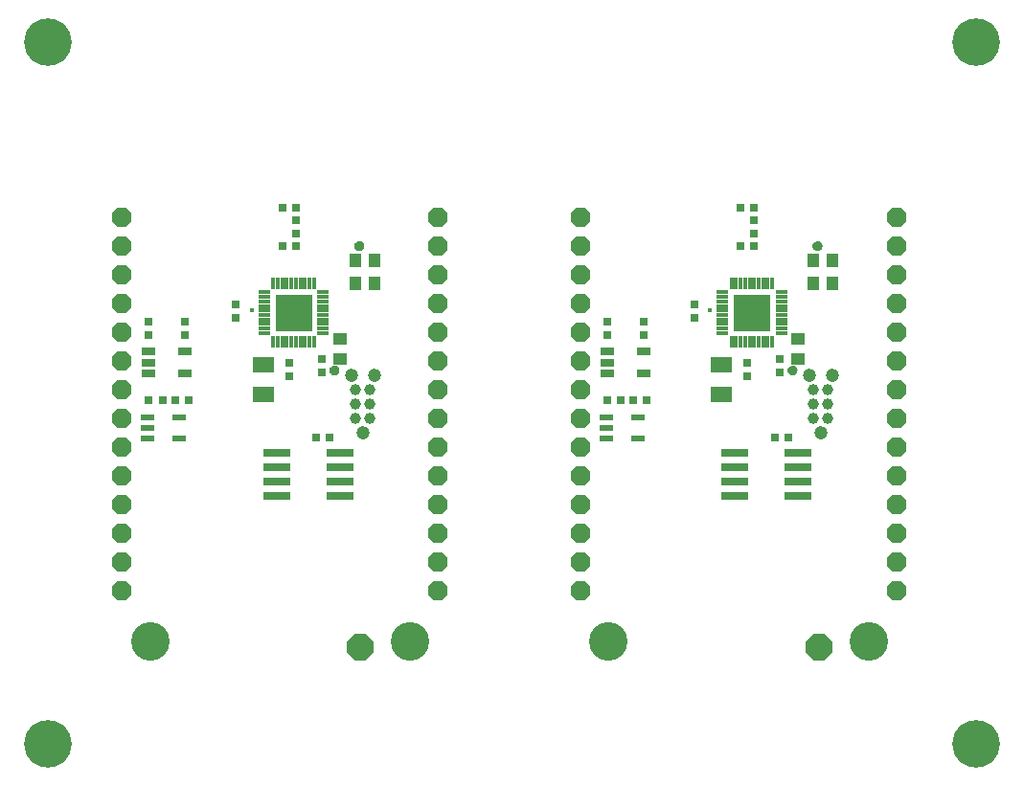
<source format=gts>
G75*
%MOIN*%
%OFA0B0*%
%FSLAX24Y24*%
%IPPOS*%
%LPD*%
%AMOC8*
5,1,8,0,0,1.08239X$1,22.5*
%
%ADD10C,0.1340*%
%ADD11R,0.0157X0.0157*%
%ADD12C,0.1655*%
%ADD13R,0.0433X0.0118*%
%ADD14R,0.0118X0.0433*%
%ADD15R,0.1261X0.1261*%
%ADD16R,0.0748X0.0551*%
%ADD17R,0.0315X0.0315*%
%ADD18R,0.0474X0.0395*%
%ADD19R,0.0946X0.0316*%
%ADD20C,0.0050*%
%ADD21OC8,0.0674*%
%ADD22R,0.0512X0.0276*%
%ADD23R,0.0472X0.0236*%
%ADD24OC8,0.0930*%
%ADD25C,0.0390*%
%ADD26C,0.0470*%
%ADD27R,0.0433X0.0512*%
D10*
X017515Y012406D03*
X026570Y012406D03*
X033460Y012406D03*
X042515Y012406D03*
D11*
X037003Y023941D03*
X021058Y023941D03*
D12*
X013972Y008862D03*
X046255Y008862D03*
X046255Y033272D03*
X013972Y033272D03*
D13*
X021491Y024571D03*
X021491Y024414D03*
X021491Y024256D03*
X021491Y024099D03*
X021491Y023941D03*
X021491Y023784D03*
X021491Y023626D03*
X021491Y023469D03*
X021491Y023311D03*
X021491Y023154D03*
X023539Y023154D03*
X023539Y023311D03*
X023539Y023469D03*
X023539Y023626D03*
X023539Y023784D03*
X023539Y023941D03*
X023539Y024099D03*
X023539Y024256D03*
X023539Y024414D03*
X023539Y024571D03*
X037436Y024571D03*
X037436Y024414D03*
X037436Y024256D03*
X037436Y024099D03*
X037436Y023941D03*
X037436Y023784D03*
X037436Y023626D03*
X037436Y023469D03*
X037436Y023311D03*
X037436Y023154D03*
X039483Y023154D03*
X039483Y023311D03*
X039483Y023469D03*
X039483Y023626D03*
X039483Y023784D03*
X039483Y023941D03*
X039483Y024099D03*
X039483Y024256D03*
X039483Y024414D03*
X039483Y024571D03*
D14*
X039169Y024886D03*
X039011Y024886D03*
X038854Y024886D03*
X038696Y024886D03*
X038539Y024886D03*
X038381Y024886D03*
X038224Y024886D03*
X038066Y024886D03*
X037909Y024886D03*
X037751Y024886D03*
X037751Y022839D03*
X037909Y022839D03*
X038066Y022839D03*
X038224Y022839D03*
X038381Y022839D03*
X038539Y022839D03*
X038696Y022839D03*
X038854Y022839D03*
X039011Y022839D03*
X039169Y022839D03*
X023224Y022839D03*
X023066Y022839D03*
X022909Y022839D03*
X022751Y022839D03*
X022594Y022839D03*
X022436Y022839D03*
X022279Y022839D03*
X022121Y022839D03*
X021964Y022839D03*
X021806Y022839D03*
X021806Y024886D03*
X021964Y024886D03*
X022121Y024886D03*
X022279Y024886D03*
X022436Y024886D03*
X022594Y024886D03*
X022751Y024886D03*
X022909Y024886D03*
X023066Y024886D03*
X023224Y024886D03*
D15*
X022515Y023862D03*
X038460Y023862D03*
D16*
X037397Y022051D03*
X037397Y021028D03*
X021452Y021028D03*
X021452Y022051D03*
D17*
X022357Y022130D03*
X022357Y021658D03*
X023499Y021776D03*
X023499Y022248D03*
X020507Y023666D03*
X020507Y024138D03*
X018735Y023548D03*
X018735Y023075D03*
X017476Y023075D03*
X017476Y023548D03*
X017476Y020831D03*
X017948Y020831D03*
X018381Y020831D03*
X018854Y020831D03*
X023302Y019532D03*
X023775Y019532D03*
X022594Y026185D03*
X022594Y026618D03*
X022121Y026185D03*
X022594Y027091D03*
X022594Y027524D03*
X022121Y027524D03*
X033420Y023548D03*
X033420Y023075D03*
X034680Y023075D03*
X034680Y023548D03*
X036452Y023666D03*
X036452Y024138D03*
X038302Y022130D03*
X038302Y021658D03*
X039444Y021776D03*
X039444Y022248D03*
X039247Y019532D03*
X039720Y019532D03*
X034798Y020831D03*
X034326Y020831D03*
X033893Y020831D03*
X033420Y020831D03*
X038066Y026185D03*
X038539Y026185D03*
X038539Y026618D03*
X038539Y027091D03*
X038539Y027524D03*
X038066Y027524D03*
D18*
X040074Y022957D03*
X040074Y022248D03*
X024129Y022248D03*
X024129Y022957D03*
D19*
X024129Y018983D03*
X024129Y018483D03*
X024129Y017983D03*
X024129Y017483D03*
X021924Y017483D03*
X021924Y017983D03*
X021924Y018483D03*
X021924Y018983D03*
X037869Y018983D03*
X037869Y018483D03*
X037869Y017983D03*
X037869Y017483D03*
X040074Y017483D03*
X040074Y017983D03*
X040074Y018483D03*
X040074Y018983D03*
D20*
X039877Y021717D02*
X039847Y021720D01*
X039817Y021730D01*
X039791Y021747D01*
X039769Y021769D01*
X039753Y021795D01*
X039743Y021824D01*
X039739Y021855D01*
X039743Y021885D01*
X039753Y021914D01*
X039769Y021941D01*
X039791Y021962D01*
X039817Y021979D01*
X039847Y021989D01*
X039877Y021992D01*
X039908Y021989D01*
X039937Y021979D01*
X039963Y021962D01*
X039985Y021941D01*
X040001Y021914D01*
X040012Y021885D01*
X040015Y021855D01*
X040012Y021824D01*
X040001Y021795D01*
X039985Y021769D01*
X039963Y021747D01*
X039937Y021730D01*
X039908Y021720D01*
X039877Y021717D01*
X039810Y021735D02*
X039944Y021735D01*
X039994Y021784D02*
X039760Y021784D01*
X039742Y021832D02*
X040012Y021832D01*
X040012Y021881D02*
X039742Y021881D01*
X039762Y021929D02*
X039992Y021929D01*
X039939Y021978D02*
X039815Y021978D01*
X040713Y026051D02*
X040684Y026061D01*
X040657Y026078D01*
X040636Y026099D01*
X040619Y026126D01*
X040609Y026155D01*
X040606Y026185D01*
X040609Y026216D01*
X040619Y026245D01*
X040636Y026271D01*
X040657Y026293D01*
X040684Y026309D01*
X040713Y026320D01*
X040743Y026323D01*
X040774Y026320D01*
X040803Y026309D01*
X040829Y026293D01*
X040851Y026271D01*
X040867Y026245D01*
X040878Y026216D01*
X040881Y026185D01*
X040878Y026155D01*
X040867Y026126D01*
X040851Y026099D01*
X040829Y026078D01*
X040803Y026061D01*
X040774Y026051D01*
X040743Y026048D01*
X040713Y026051D01*
X040711Y026052D02*
X040776Y026052D01*
X040851Y026100D02*
X040635Y026100D01*
X040611Y026149D02*
X040876Y026149D01*
X040880Y026197D02*
X040607Y026197D01*
X040619Y026246D02*
X040867Y026246D01*
X040828Y026294D02*
X040659Y026294D01*
X024936Y026185D02*
X024933Y026155D01*
X024923Y026126D01*
X024906Y026099D01*
X024884Y026078D01*
X024858Y026061D01*
X024829Y026051D01*
X024798Y026048D01*
X024768Y026051D01*
X024739Y026061D01*
X024713Y026078D01*
X024691Y026099D01*
X024674Y026126D01*
X024664Y026155D01*
X024661Y026185D01*
X024664Y026216D01*
X024674Y026245D01*
X024691Y026271D01*
X024713Y026293D01*
X024739Y026309D01*
X024768Y026320D01*
X024798Y026323D01*
X024829Y026320D01*
X024858Y026309D01*
X024884Y026293D01*
X024906Y026271D01*
X024923Y026245D01*
X024933Y026216D01*
X024936Y026185D01*
X024935Y026197D02*
X024662Y026197D01*
X024666Y026149D02*
X024931Y026149D01*
X024907Y026100D02*
X024690Y026100D01*
X024766Y026052D02*
X024831Y026052D01*
X024922Y026246D02*
X024675Y026246D01*
X024714Y026294D02*
X024883Y026294D01*
X023963Y021989D02*
X023992Y021979D01*
X024018Y021962D01*
X024040Y021941D01*
X024056Y021914D01*
X024067Y021885D01*
X024070Y021855D01*
X024067Y021824D01*
X024056Y021795D01*
X024040Y021769D01*
X024018Y021747D01*
X023992Y021730D01*
X023963Y021720D01*
X023932Y021717D01*
X023902Y021720D01*
X023872Y021730D01*
X023846Y021747D01*
X023825Y021769D01*
X023808Y021795D01*
X023798Y021824D01*
X023794Y021855D01*
X023798Y021885D01*
X023808Y021914D01*
X023825Y021941D01*
X023846Y021962D01*
X023872Y021979D01*
X023902Y021989D01*
X023932Y021992D01*
X023963Y021989D01*
X023994Y021978D02*
X023871Y021978D01*
X023817Y021929D02*
X024047Y021929D01*
X024067Y021881D02*
X023797Y021881D01*
X023797Y021832D02*
X024068Y021832D01*
X024049Y021784D02*
X023815Y021784D01*
X023865Y021735D02*
X023999Y021735D01*
D21*
X027543Y022173D03*
X027543Y021173D03*
X027543Y020173D03*
X027543Y019173D03*
X027543Y018173D03*
X027543Y017173D03*
X027543Y016173D03*
X027543Y015173D03*
X027543Y014173D03*
X032487Y014173D03*
X032487Y015173D03*
X032487Y016173D03*
X032487Y017173D03*
X032487Y018173D03*
X032487Y019173D03*
X032487Y020173D03*
X032487Y021173D03*
X032487Y022173D03*
X032487Y023173D03*
X032487Y024173D03*
X032487Y025173D03*
X032487Y026173D03*
X032487Y027173D03*
X027543Y027173D03*
X027543Y026173D03*
X027543Y025173D03*
X027543Y024173D03*
X027543Y023173D03*
X016543Y023173D03*
X016543Y022173D03*
X016543Y021173D03*
X016543Y020173D03*
X016543Y019173D03*
X016543Y018173D03*
X016543Y017173D03*
X016543Y016173D03*
X016543Y015173D03*
X016543Y014173D03*
X016543Y024173D03*
X016543Y025173D03*
X016543Y026173D03*
X016543Y027173D03*
X043487Y027173D03*
X043487Y026173D03*
X043487Y025173D03*
X043487Y024173D03*
X043487Y023173D03*
X043487Y022173D03*
X043487Y021173D03*
X043487Y020173D03*
X043487Y019173D03*
X043487Y018173D03*
X043487Y017173D03*
X043487Y016173D03*
X043487Y015173D03*
X043487Y014173D03*
D22*
X034680Y021756D03*
X034680Y022504D03*
X033420Y022504D03*
X033420Y022130D03*
X033420Y021756D03*
X018735Y021756D03*
X018735Y022504D03*
X017476Y022504D03*
X017476Y022130D03*
X017476Y021756D03*
D23*
X017436Y020221D03*
X017436Y019847D03*
X017436Y019473D03*
X018539Y019473D03*
X018539Y020221D03*
X033381Y020221D03*
X033381Y019847D03*
X033381Y019473D03*
X034483Y019473D03*
X034483Y020221D03*
D24*
X040783Y012209D03*
X024838Y012209D03*
D25*
X024667Y020173D03*
X025167Y020173D03*
X025167Y020673D03*
X024667Y020673D03*
X024667Y021173D03*
X025167Y021173D03*
X040611Y021173D03*
X040611Y020673D03*
X041111Y020673D03*
X041111Y021173D03*
X041111Y020173D03*
X040611Y020173D03*
D26*
X040861Y019673D03*
X040461Y021673D03*
X041261Y021673D03*
X025317Y021673D03*
X024517Y021673D03*
X024917Y019673D03*
D27*
X024661Y024866D03*
X025330Y024866D03*
X025330Y025693D03*
X024661Y025693D03*
X040606Y025693D03*
X041275Y025693D03*
X041275Y024866D03*
X040606Y024866D03*
M02*

</source>
